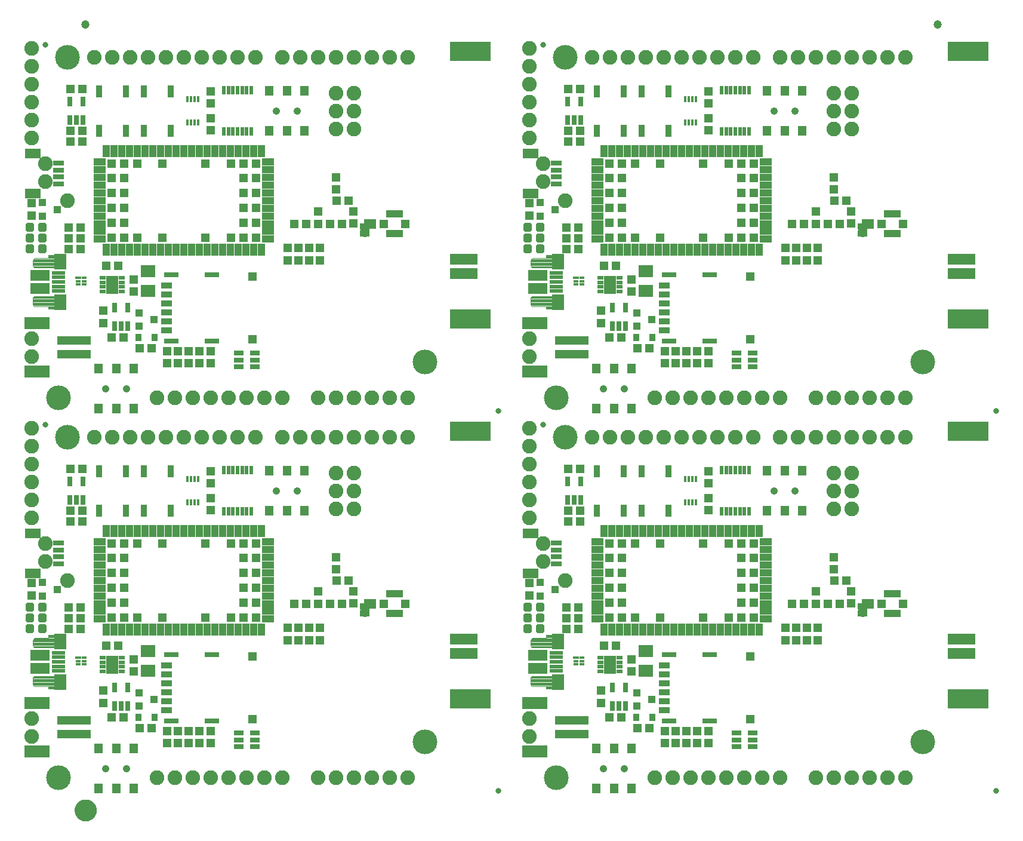
<source format=gts>
G75*
%MOIN*%
%OFA0B0*%
%FSLAX25Y25*%
%IPPOS*%
%LPD*%
%AMOC8*
5,1,8,0,0,1.08239X$1,22.5*
%
%ADD10C,0.05000*%
%ADD11R,0.03950X0.06706*%
%ADD12R,0.06706X0.03950*%
%ADD13R,0.05131X0.05131*%
%ADD14R,0.07690X0.02375*%
%ADD15R,0.06548X0.08674*%
%ADD16R,0.10643X0.06410*%
%ADD17C,0.00400*%
%ADD18R,0.08674X0.05524*%
%ADD19R,0.06115X0.03162*%
%ADD20R,0.18910X0.04737*%
%ADD21R,0.14186X0.07099*%
%ADD22R,0.03800X0.06800*%
%ADD23C,0.08200*%
%ADD24R,0.02965X0.05524*%
%ADD25R,0.05131X0.04737*%
%ADD26R,0.03280X0.04068*%
%ADD27C,0.01990*%
%ADD28R,0.04343X0.03950*%
%ADD29R,0.04737X0.05131*%
%ADD30R,0.03359X0.01981*%
%ADD31R,0.07099X0.10052*%
%ADD32R,0.04737X0.05328*%
%ADD33C,0.04146*%
%ADD34R,0.05918X0.03359*%
%ADD35R,0.07887X0.02690*%
%ADD36R,0.04737X0.04855*%
%ADD37R,0.09461X0.04146*%
%ADD38R,0.04934X0.04737*%
%ADD39R,0.07887X0.07099*%
%ADD40R,0.22847X0.11036*%
%ADD41R,0.15367X0.06312*%
%ADD42C,0.13800*%
%ADD43R,0.03300X0.05800*%
%ADD44R,0.05800X0.03300*%
%ADD45C,0.00500*%
%ADD46R,0.03202X0.01784*%
%ADD47R,0.03005X0.01784*%
%ADD48R,0.05524X0.03162*%
%ADD49C,0.03300*%
%ADD50R,0.01784X0.03753*%
%ADD51R,0.02000X0.04700*%
%ADD52C,0.04737*%
%ADD53C,0.06706*%
D10*
X0093959Y0020250D02*
X0093961Y0020369D01*
X0093967Y0020488D01*
X0093977Y0020607D01*
X0093991Y0020725D01*
X0094009Y0020843D01*
X0094030Y0020960D01*
X0094056Y0021076D01*
X0094086Y0021192D01*
X0094119Y0021306D01*
X0094156Y0021419D01*
X0094197Y0021531D01*
X0094242Y0021642D01*
X0094290Y0021751D01*
X0094342Y0021858D01*
X0094398Y0021963D01*
X0094457Y0022067D01*
X0094519Y0022168D01*
X0094585Y0022268D01*
X0094654Y0022365D01*
X0094726Y0022459D01*
X0094802Y0022552D01*
X0094880Y0022641D01*
X0094961Y0022728D01*
X0095046Y0022813D01*
X0095133Y0022894D01*
X0095222Y0022972D01*
X0095315Y0023048D01*
X0095409Y0023120D01*
X0095506Y0023189D01*
X0095606Y0023255D01*
X0095707Y0023317D01*
X0095811Y0023376D01*
X0095916Y0023432D01*
X0096023Y0023484D01*
X0096132Y0023532D01*
X0096243Y0023577D01*
X0096355Y0023618D01*
X0096468Y0023655D01*
X0096582Y0023688D01*
X0096698Y0023718D01*
X0096814Y0023744D01*
X0096931Y0023765D01*
X0097049Y0023783D01*
X0097167Y0023797D01*
X0097286Y0023807D01*
X0097405Y0023813D01*
X0097524Y0023815D01*
X0097643Y0023813D01*
X0097762Y0023807D01*
X0097881Y0023797D01*
X0097999Y0023783D01*
X0098117Y0023765D01*
X0098234Y0023744D01*
X0098350Y0023718D01*
X0098466Y0023688D01*
X0098580Y0023655D01*
X0098693Y0023618D01*
X0098805Y0023577D01*
X0098916Y0023532D01*
X0099025Y0023484D01*
X0099132Y0023432D01*
X0099237Y0023376D01*
X0099341Y0023317D01*
X0099442Y0023255D01*
X0099542Y0023189D01*
X0099639Y0023120D01*
X0099733Y0023048D01*
X0099826Y0022972D01*
X0099915Y0022894D01*
X0100002Y0022813D01*
X0100087Y0022728D01*
X0100168Y0022641D01*
X0100246Y0022552D01*
X0100322Y0022459D01*
X0100394Y0022365D01*
X0100463Y0022268D01*
X0100529Y0022168D01*
X0100591Y0022067D01*
X0100650Y0021963D01*
X0100706Y0021858D01*
X0100758Y0021751D01*
X0100806Y0021642D01*
X0100851Y0021531D01*
X0100892Y0021419D01*
X0100929Y0021306D01*
X0100962Y0021192D01*
X0100992Y0021076D01*
X0101018Y0020960D01*
X0101039Y0020843D01*
X0101057Y0020725D01*
X0101071Y0020607D01*
X0101081Y0020488D01*
X0101087Y0020369D01*
X0101089Y0020250D01*
X0101087Y0020131D01*
X0101081Y0020012D01*
X0101071Y0019893D01*
X0101057Y0019775D01*
X0101039Y0019657D01*
X0101018Y0019540D01*
X0100992Y0019424D01*
X0100962Y0019308D01*
X0100929Y0019194D01*
X0100892Y0019081D01*
X0100851Y0018969D01*
X0100806Y0018858D01*
X0100758Y0018749D01*
X0100706Y0018642D01*
X0100650Y0018537D01*
X0100591Y0018433D01*
X0100529Y0018332D01*
X0100463Y0018232D01*
X0100394Y0018135D01*
X0100322Y0018041D01*
X0100246Y0017948D01*
X0100168Y0017859D01*
X0100087Y0017772D01*
X0100002Y0017687D01*
X0099915Y0017606D01*
X0099826Y0017528D01*
X0099733Y0017452D01*
X0099639Y0017380D01*
X0099542Y0017311D01*
X0099442Y0017245D01*
X0099341Y0017183D01*
X0099237Y0017124D01*
X0099132Y0017068D01*
X0099025Y0017016D01*
X0098916Y0016968D01*
X0098805Y0016923D01*
X0098693Y0016882D01*
X0098580Y0016845D01*
X0098466Y0016812D01*
X0098350Y0016782D01*
X0098234Y0016756D01*
X0098117Y0016735D01*
X0097999Y0016717D01*
X0097881Y0016703D01*
X0097762Y0016693D01*
X0097643Y0016687D01*
X0097524Y0016685D01*
X0097405Y0016687D01*
X0097286Y0016693D01*
X0097167Y0016703D01*
X0097049Y0016717D01*
X0096931Y0016735D01*
X0096814Y0016756D01*
X0096698Y0016782D01*
X0096582Y0016812D01*
X0096468Y0016845D01*
X0096355Y0016882D01*
X0096243Y0016923D01*
X0096132Y0016968D01*
X0096023Y0017016D01*
X0095916Y0017068D01*
X0095811Y0017124D01*
X0095707Y0017183D01*
X0095606Y0017245D01*
X0095506Y0017311D01*
X0095409Y0017380D01*
X0095315Y0017452D01*
X0095222Y0017528D01*
X0095133Y0017606D01*
X0095046Y0017687D01*
X0094961Y0017772D01*
X0094880Y0017859D01*
X0094802Y0017948D01*
X0094726Y0018041D01*
X0094654Y0018135D01*
X0094585Y0018232D01*
X0094519Y0018332D01*
X0094457Y0018433D01*
X0094398Y0018537D01*
X0094342Y0018642D01*
X0094290Y0018749D01*
X0094242Y0018858D01*
X0094197Y0018969D01*
X0094156Y0019081D01*
X0094119Y0019194D01*
X0094086Y0019308D01*
X0094056Y0019424D01*
X0094030Y0019540D01*
X0094009Y0019657D01*
X0093991Y0019775D01*
X0093977Y0019893D01*
X0093967Y0020012D01*
X0093961Y0020131D01*
X0093959Y0020250D01*
X0253524Y0130800D02*
X0253524Y0132400D01*
X0253524Y0132500D02*
X0253524Y0131000D01*
X0531524Y0131000D02*
X0531524Y0132500D01*
X0531524Y0132400D02*
X0531524Y0130800D01*
X0531524Y0342800D02*
X0531524Y0344400D01*
X0531524Y0344500D02*
X0531524Y0343000D01*
X0253524Y0343000D02*
X0253524Y0344500D01*
X0253524Y0344400D02*
X0253524Y0342800D01*
D11*
X0195831Y0333138D03*
X0191500Y0333138D03*
X0187169Y0333138D03*
X0182839Y0333138D03*
X0178508Y0333138D03*
X0174177Y0333138D03*
X0169846Y0333138D03*
X0165516Y0333138D03*
X0161185Y0333138D03*
X0156854Y0333138D03*
X0152524Y0333138D03*
X0148193Y0333138D03*
X0143862Y0333138D03*
X0139531Y0333138D03*
X0135201Y0333138D03*
X0130870Y0333138D03*
X0126539Y0333138D03*
X0122209Y0333138D03*
X0117878Y0333138D03*
X0113547Y0333138D03*
X0109217Y0333138D03*
X0109217Y0387862D03*
X0113547Y0387862D03*
X0117878Y0387862D03*
X0122209Y0387862D03*
X0126539Y0387862D03*
X0130870Y0387862D03*
X0135201Y0387862D03*
X0139531Y0387862D03*
X0143862Y0387862D03*
X0148193Y0387862D03*
X0152524Y0387862D03*
X0156854Y0387862D03*
X0161185Y0387862D03*
X0165516Y0387862D03*
X0169846Y0387862D03*
X0174177Y0387862D03*
X0178508Y0387862D03*
X0182839Y0387862D03*
X0187169Y0387862D03*
X0191500Y0387862D03*
X0195831Y0387862D03*
X0387217Y0387862D03*
X0391547Y0387862D03*
X0395878Y0387862D03*
X0400209Y0387862D03*
X0404539Y0387862D03*
X0408870Y0387862D03*
X0413201Y0387862D03*
X0417531Y0387862D03*
X0421862Y0387862D03*
X0426193Y0387862D03*
X0430524Y0387862D03*
X0434854Y0387862D03*
X0439185Y0387862D03*
X0443516Y0387862D03*
X0447846Y0387862D03*
X0452177Y0387862D03*
X0456508Y0387862D03*
X0460839Y0387862D03*
X0465169Y0387862D03*
X0469500Y0387862D03*
X0473831Y0387862D03*
X0473831Y0333138D03*
X0469500Y0333138D03*
X0465169Y0333138D03*
X0460839Y0333138D03*
X0456508Y0333138D03*
X0452177Y0333138D03*
X0447846Y0333138D03*
X0443516Y0333138D03*
X0439185Y0333138D03*
X0434854Y0333138D03*
X0430524Y0333138D03*
X0426193Y0333138D03*
X0421862Y0333138D03*
X0417531Y0333138D03*
X0413201Y0333138D03*
X0408870Y0333138D03*
X0404539Y0333138D03*
X0400209Y0333138D03*
X0395878Y0333138D03*
X0391547Y0333138D03*
X0387217Y0333138D03*
X0387217Y0175862D03*
X0391547Y0175862D03*
X0395878Y0175862D03*
X0400209Y0175862D03*
X0404539Y0175862D03*
X0408870Y0175862D03*
X0413201Y0175862D03*
X0417531Y0175862D03*
X0421862Y0175862D03*
X0426193Y0175862D03*
X0430524Y0175862D03*
X0434854Y0175862D03*
X0439185Y0175862D03*
X0443516Y0175862D03*
X0447846Y0175862D03*
X0452177Y0175862D03*
X0456508Y0175862D03*
X0460839Y0175862D03*
X0465169Y0175862D03*
X0469500Y0175862D03*
X0473831Y0175862D03*
X0473831Y0121138D03*
X0469500Y0121138D03*
X0465169Y0121138D03*
X0460839Y0121138D03*
X0456508Y0121138D03*
X0452177Y0121138D03*
X0447846Y0121138D03*
X0443516Y0121138D03*
X0439185Y0121138D03*
X0434854Y0121138D03*
X0430524Y0121138D03*
X0426193Y0121138D03*
X0421862Y0121138D03*
X0417531Y0121138D03*
X0413201Y0121138D03*
X0408870Y0121138D03*
X0404539Y0121138D03*
X0400209Y0121138D03*
X0395878Y0121138D03*
X0391547Y0121138D03*
X0387217Y0121138D03*
X0195831Y0121138D03*
X0191500Y0121138D03*
X0187169Y0121138D03*
X0182839Y0121138D03*
X0178508Y0121138D03*
X0174177Y0121138D03*
X0169846Y0121138D03*
X0165516Y0121138D03*
X0161185Y0121138D03*
X0156854Y0121138D03*
X0152524Y0121138D03*
X0148193Y0121138D03*
X0143862Y0121138D03*
X0139531Y0121138D03*
X0135201Y0121138D03*
X0130870Y0121138D03*
X0126539Y0121138D03*
X0122209Y0121138D03*
X0117878Y0121138D03*
X0113547Y0121138D03*
X0109217Y0121138D03*
X0109217Y0175862D03*
X0113547Y0175862D03*
X0117878Y0175862D03*
X0122209Y0175862D03*
X0126539Y0175862D03*
X0130870Y0175862D03*
X0135201Y0175862D03*
X0139531Y0175862D03*
X0143862Y0175862D03*
X0148193Y0175862D03*
X0152524Y0175862D03*
X0156854Y0175862D03*
X0161185Y0175862D03*
X0165516Y0175862D03*
X0169846Y0175862D03*
X0174177Y0175862D03*
X0178508Y0175862D03*
X0182839Y0175862D03*
X0187169Y0175862D03*
X0191500Y0175862D03*
X0195831Y0175862D03*
D12*
X0199571Y0170154D03*
X0199571Y0165823D03*
X0199571Y0161492D03*
X0199571Y0157161D03*
X0199571Y0152831D03*
X0199571Y0148500D03*
X0199571Y0144169D03*
X0199571Y0139839D03*
X0199571Y0135508D03*
X0199571Y0131177D03*
X0199571Y0126846D03*
X0105476Y0126846D03*
X0105476Y0131177D03*
X0105476Y0135508D03*
X0105476Y0139839D03*
X0105476Y0144169D03*
X0105476Y0148500D03*
X0105476Y0152831D03*
X0105476Y0157161D03*
X0105476Y0161492D03*
X0105476Y0165823D03*
X0105476Y0170154D03*
X0105476Y0338846D03*
X0105476Y0343177D03*
X0105476Y0347508D03*
X0105476Y0351839D03*
X0105476Y0356169D03*
X0105476Y0360500D03*
X0105476Y0364831D03*
X0105476Y0369161D03*
X0105476Y0373492D03*
X0105476Y0377823D03*
X0105476Y0382154D03*
X0199571Y0382154D03*
X0199571Y0377823D03*
X0199571Y0373492D03*
X0199571Y0369161D03*
X0199571Y0364831D03*
X0199571Y0360500D03*
X0199571Y0356169D03*
X0199571Y0351839D03*
X0199571Y0347508D03*
X0199571Y0343177D03*
X0199571Y0338846D03*
X0383476Y0338846D03*
X0383476Y0343177D03*
X0383476Y0347508D03*
X0383476Y0351839D03*
X0383476Y0356169D03*
X0383476Y0360500D03*
X0383476Y0364831D03*
X0383476Y0369161D03*
X0383476Y0373492D03*
X0383476Y0377823D03*
X0383476Y0382154D03*
X0477571Y0382154D03*
X0477571Y0377823D03*
X0477571Y0373492D03*
X0477571Y0369161D03*
X0477571Y0364831D03*
X0477571Y0360500D03*
X0477571Y0356169D03*
X0477571Y0351839D03*
X0477571Y0347508D03*
X0477571Y0343177D03*
X0477571Y0338846D03*
X0477571Y0170154D03*
X0477571Y0165823D03*
X0477571Y0161492D03*
X0477571Y0157161D03*
X0477571Y0152831D03*
X0477571Y0148500D03*
X0477571Y0144169D03*
X0477571Y0139839D03*
X0477571Y0135508D03*
X0477571Y0131177D03*
X0477571Y0126846D03*
X0383476Y0126846D03*
X0383476Y0131177D03*
X0383476Y0135508D03*
X0383476Y0139839D03*
X0383476Y0144169D03*
X0383476Y0148500D03*
X0383476Y0152831D03*
X0383476Y0157161D03*
X0383476Y0161492D03*
X0383476Y0165823D03*
X0383476Y0170154D03*
D13*
X0390169Y0169169D03*
X0397256Y0169169D03*
X0404343Y0169169D03*
X0397256Y0160902D03*
X0390169Y0160902D03*
X0390169Y0152634D03*
X0397256Y0152634D03*
X0397256Y0144366D03*
X0390169Y0144366D03*
X0390169Y0136098D03*
X0397256Y0136098D03*
X0397256Y0127831D03*
X0404343Y0127831D03*
X0418516Y0127831D03*
X0442531Y0127831D03*
X0456705Y0127831D03*
X0463791Y0127831D03*
X0470878Y0127831D03*
X0470878Y0136098D03*
X0463791Y0136098D03*
X0463791Y0144366D03*
X0470878Y0144366D03*
X0470878Y0152634D03*
X0463791Y0152634D03*
X0463791Y0160902D03*
X0470878Y0160902D03*
X0470878Y0169169D03*
X0463791Y0169169D03*
X0456705Y0169169D03*
X0442531Y0169169D03*
X0418516Y0169169D03*
X0390169Y0127831D03*
X0192878Y0127831D03*
X0185791Y0127831D03*
X0178705Y0127831D03*
X0185791Y0136098D03*
X0192878Y0136098D03*
X0192878Y0144366D03*
X0185791Y0144366D03*
X0185791Y0152634D03*
X0192878Y0152634D03*
X0192878Y0160902D03*
X0185791Y0160902D03*
X0185791Y0169169D03*
X0178705Y0169169D03*
X0192878Y0169169D03*
X0164531Y0169169D03*
X0140516Y0169169D03*
X0126343Y0169169D03*
X0119256Y0169169D03*
X0112169Y0169169D03*
X0112169Y0160902D03*
X0119256Y0160902D03*
X0119256Y0152634D03*
X0112169Y0152634D03*
X0112169Y0144366D03*
X0119256Y0144366D03*
X0119256Y0136098D03*
X0112169Y0136098D03*
X0112169Y0127831D03*
X0119256Y0127831D03*
X0126343Y0127831D03*
X0140516Y0127831D03*
X0164531Y0127831D03*
X0164531Y0339831D03*
X0178705Y0339831D03*
X0185791Y0339831D03*
X0192878Y0339831D03*
X0192878Y0348098D03*
X0185791Y0348098D03*
X0185791Y0356366D03*
X0192878Y0356366D03*
X0192878Y0364634D03*
X0185791Y0364634D03*
X0185791Y0372902D03*
X0192878Y0372902D03*
X0192878Y0381169D03*
X0185791Y0381169D03*
X0178705Y0381169D03*
X0164531Y0381169D03*
X0140516Y0381169D03*
X0126343Y0381169D03*
X0119256Y0381169D03*
X0112169Y0381169D03*
X0112169Y0372902D03*
X0119256Y0372902D03*
X0119256Y0364634D03*
X0112169Y0364634D03*
X0112169Y0356366D03*
X0119256Y0356366D03*
X0119256Y0348098D03*
X0112169Y0348098D03*
X0112169Y0339831D03*
X0119256Y0339831D03*
X0126343Y0339831D03*
X0140516Y0339831D03*
X0390169Y0339831D03*
X0397256Y0339831D03*
X0404343Y0339831D03*
X0397256Y0348098D03*
X0390169Y0348098D03*
X0390169Y0356366D03*
X0397256Y0356366D03*
X0397256Y0364634D03*
X0390169Y0364634D03*
X0390169Y0372902D03*
X0397256Y0372902D03*
X0397256Y0381169D03*
X0404343Y0381169D03*
X0418516Y0381169D03*
X0442531Y0381169D03*
X0456705Y0381169D03*
X0463791Y0381169D03*
X0470878Y0381169D03*
X0470878Y0372902D03*
X0463791Y0372902D03*
X0463791Y0364634D03*
X0470878Y0364634D03*
X0470878Y0356366D03*
X0463791Y0356366D03*
X0463791Y0348098D03*
X0470878Y0348098D03*
X0470878Y0339831D03*
X0463791Y0339831D03*
X0456705Y0339831D03*
X0442531Y0339831D03*
X0418516Y0339831D03*
X0390169Y0381169D03*
D14*
X0360524Y0320118D03*
X0360524Y0317559D03*
X0360524Y0315000D03*
X0360524Y0312441D03*
X0360524Y0309882D03*
X0082524Y0309882D03*
X0082524Y0312441D03*
X0082524Y0315000D03*
X0082524Y0317559D03*
X0082524Y0320118D03*
X0082524Y0108118D03*
X0082524Y0105559D03*
X0082524Y0103000D03*
X0082524Y0100441D03*
X0082524Y0097882D03*
X0360524Y0097882D03*
X0360524Y0100441D03*
X0360524Y0103000D03*
X0360524Y0105559D03*
X0360524Y0108118D03*
D15*
X0361606Y0114417D03*
X0361606Y0091583D03*
X0083606Y0091583D03*
X0083606Y0114417D03*
X0083606Y0303583D03*
X0083606Y0326417D03*
X0361606Y0326417D03*
X0361606Y0303583D03*
D16*
X0349992Y0311211D03*
X0349992Y0318789D03*
X0071992Y0318789D03*
X0071992Y0311211D03*
X0071992Y0106789D03*
X0071992Y0099211D03*
X0349992Y0099211D03*
X0349992Y0106789D03*
D17*
X0347827Y0110874D02*
X0347515Y0110865D01*
X0347209Y0110925D01*
X0346925Y0111052D01*
X0346675Y0111239D01*
X0346474Y0111477D01*
X0346330Y0111753D01*
X0346252Y0112055D01*
X0346252Y0114811D01*
X0346291Y0115161D01*
X0346408Y0115494D01*
X0346596Y0115793D01*
X0346845Y0116042D01*
X0347143Y0116230D01*
X0347476Y0116346D01*
X0347827Y0116386D01*
X0354913Y0116386D01*
X0354913Y0117961D01*
X0358063Y0117961D01*
X0358063Y0110874D01*
X0347827Y0110874D01*
X0347060Y0110992D02*
X0358063Y0110992D01*
X0358063Y0111390D02*
X0346547Y0111390D01*
X0346321Y0111789D02*
X0358063Y0111789D01*
X0358063Y0112187D02*
X0346252Y0112187D01*
X0346252Y0112586D02*
X0358063Y0112586D01*
X0358063Y0112984D02*
X0346252Y0112984D01*
X0346252Y0113383D02*
X0358063Y0113383D01*
X0358063Y0113781D02*
X0346252Y0113781D01*
X0346252Y0114180D02*
X0358063Y0114180D01*
X0358063Y0114578D02*
X0346252Y0114578D01*
X0346271Y0114977D02*
X0358063Y0114977D01*
X0358063Y0115375D02*
X0346366Y0115375D01*
X0346584Y0115774D02*
X0358063Y0115774D01*
X0358063Y0116172D02*
X0347052Y0116172D01*
X0354913Y0116571D02*
X0358063Y0116571D01*
X0358063Y0116970D02*
X0354913Y0116970D01*
X0354913Y0117368D02*
X0358063Y0117368D01*
X0358063Y0117767D02*
X0354913Y0117767D01*
X0358063Y0095126D02*
X0347433Y0095126D01*
X0347170Y0095096D01*
X0346921Y0095009D01*
X0346697Y0094868D01*
X0346510Y0094681D01*
X0346369Y0094457D01*
X0346282Y0094208D01*
X0346252Y0093945D01*
X0346252Y0090795D01*
X0346243Y0090484D01*
X0346303Y0090178D01*
X0346430Y0089893D01*
X0346617Y0089644D01*
X0346855Y0089442D01*
X0347131Y0089299D01*
X0347433Y0089220D01*
X0354913Y0089220D01*
X0354913Y0088039D01*
X0358063Y0088039D01*
X0358063Y0095126D01*
X0358063Y0095051D02*
X0347042Y0095051D01*
X0346492Y0094653D02*
X0358063Y0094653D01*
X0358063Y0094254D02*
X0346298Y0094254D01*
X0346252Y0093856D02*
X0358063Y0093856D01*
X0358063Y0093457D02*
X0346252Y0093457D01*
X0346252Y0093059D02*
X0358063Y0093059D01*
X0358063Y0092660D02*
X0346252Y0092660D01*
X0346252Y0092262D02*
X0358063Y0092262D01*
X0358063Y0091863D02*
X0346252Y0091863D01*
X0346252Y0091465D02*
X0358063Y0091465D01*
X0358063Y0091066D02*
X0346252Y0091066D01*
X0346248Y0090668D02*
X0358063Y0090668D01*
X0358063Y0090269D02*
X0346285Y0090269D01*
X0346447Y0089871D02*
X0358063Y0089871D01*
X0358063Y0089472D02*
X0346819Y0089472D01*
X0354913Y0089074D02*
X0358063Y0089074D01*
X0358063Y0088675D02*
X0354913Y0088675D01*
X0354913Y0088277D02*
X0358063Y0088277D01*
X0080063Y0088277D02*
X0076913Y0088277D01*
X0076913Y0088039D02*
X0076913Y0089220D01*
X0069433Y0089220D01*
X0069131Y0089299D01*
X0068855Y0089442D01*
X0068617Y0089644D01*
X0068430Y0089893D01*
X0068303Y0090178D01*
X0068243Y0090484D01*
X0068252Y0090795D01*
X0068252Y0093945D01*
X0068282Y0094208D01*
X0068369Y0094457D01*
X0068510Y0094681D01*
X0068697Y0094868D01*
X0068921Y0095009D01*
X0069170Y0095096D01*
X0069433Y0095126D01*
X0080063Y0095126D01*
X0080063Y0088039D01*
X0076913Y0088039D01*
X0076913Y0088675D02*
X0080063Y0088675D01*
X0080063Y0089074D02*
X0076913Y0089074D01*
X0080063Y0089472D02*
X0068819Y0089472D01*
X0068447Y0089871D02*
X0080063Y0089871D01*
X0080063Y0090269D02*
X0068285Y0090269D01*
X0068248Y0090668D02*
X0080063Y0090668D01*
X0080063Y0091066D02*
X0068252Y0091066D01*
X0068252Y0091465D02*
X0080063Y0091465D01*
X0080063Y0091863D02*
X0068252Y0091863D01*
X0068252Y0092262D02*
X0080063Y0092262D01*
X0080063Y0092660D02*
X0068252Y0092660D01*
X0068252Y0093059D02*
X0080063Y0093059D01*
X0080063Y0093457D02*
X0068252Y0093457D01*
X0068252Y0093856D02*
X0080063Y0093856D01*
X0080063Y0094254D02*
X0068298Y0094254D01*
X0068492Y0094653D02*
X0080063Y0094653D01*
X0080063Y0095051D02*
X0069042Y0095051D01*
X0069515Y0110865D02*
X0069209Y0110925D01*
X0068925Y0111052D01*
X0068675Y0111239D01*
X0068474Y0111477D01*
X0068330Y0111753D01*
X0068252Y0112055D01*
X0068252Y0114811D01*
X0068291Y0115161D01*
X0068408Y0115494D01*
X0068596Y0115793D01*
X0068845Y0116042D01*
X0069143Y0116230D01*
X0069476Y0116346D01*
X0069827Y0116386D01*
X0076913Y0116386D01*
X0076913Y0117961D01*
X0080063Y0117961D01*
X0080063Y0110874D01*
X0069827Y0110874D01*
X0069515Y0110865D01*
X0069060Y0110992D02*
X0080063Y0110992D01*
X0080063Y0111390D02*
X0068547Y0111390D01*
X0068321Y0111789D02*
X0080063Y0111789D01*
X0080063Y0112187D02*
X0068252Y0112187D01*
X0068252Y0112586D02*
X0080063Y0112586D01*
X0080063Y0112984D02*
X0068252Y0112984D01*
X0068252Y0113383D02*
X0080063Y0113383D01*
X0080063Y0113781D02*
X0068252Y0113781D01*
X0068252Y0114180D02*
X0080063Y0114180D01*
X0080063Y0114578D02*
X0068252Y0114578D01*
X0068271Y0114977D02*
X0080063Y0114977D01*
X0080063Y0115375D02*
X0068366Y0115375D01*
X0068584Y0115774D02*
X0080063Y0115774D01*
X0080063Y0116172D02*
X0069052Y0116172D01*
X0076913Y0116571D02*
X0080063Y0116571D01*
X0080063Y0116970D02*
X0076913Y0116970D01*
X0076913Y0117368D02*
X0080063Y0117368D01*
X0080063Y0117767D02*
X0076913Y0117767D01*
X0076913Y0300039D02*
X0076913Y0301220D01*
X0069433Y0301220D01*
X0069131Y0301299D01*
X0068855Y0301442D01*
X0068617Y0301644D01*
X0068430Y0301893D01*
X0068303Y0302178D01*
X0068243Y0302484D01*
X0068252Y0302795D01*
X0068252Y0305945D01*
X0068282Y0306208D01*
X0068369Y0306457D01*
X0068510Y0306681D01*
X0068697Y0306868D01*
X0068921Y0307009D01*
X0069170Y0307096D01*
X0069433Y0307126D01*
X0080063Y0307126D01*
X0080063Y0300039D01*
X0076913Y0300039D01*
X0076913Y0300285D02*
X0080063Y0300285D01*
X0080063Y0300683D02*
X0076913Y0300683D01*
X0076913Y0301082D02*
X0080063Y0301082D01*
X0080063Y0301480D02*
X0068810Y0301480D01*
X0068441Y0301879D02*
X0080063Y0301879D01*
X0080063Y0302277D02*
X0068283Y0302277D01*
X0068248Y0302676D02*
X0080063Y0302676D01*
X0080063Y0303074D02*
X0068252Y0303074D01*
X0068252Y0303473D02*
X0080063Y0303473D01*
X0080063Y0303871D02*
X0068252Y0303871D01*
X0068252Y0304270D02*
X0080063Y0304270D01*
X0080063Y0304668D02*
X0068252Y0304668D01*
X0068252Y0305067D02*
X0080063Y0305067D01*
X0080063Y0305465D02*
X0068252Y0305465D01*
X0068252Y0305864D02*
X0080063Y0305864D01*
X0080063Y0306262D02*
X0068301Y0306262D01*
X0068497Y0306661D02*
X0080063Y0306661D01*
X0080063Y0307059D02*
X0069065Y0307059D01*
X0069515Y0322865D02*
X0069209Y0322925D01*
X0068925Y0323052D01*
X0068675Y0323239D01*
X0068474Y0323477D01*
X0068330Y0323753D01*
X0068252Y0324055D01*
X0068252Y0326811D01*
X0068291Y0327161D01*
X0068408Y0327494D01*
X0068596Y0327793D01*
X0068845Y0328042D01*
X0069143Y0328230D01*
X0069476Y0328346D01*
X0069827Y0328386D01*
X0076913Y0328386D01*
X0076913Y0329961D01*
X0080063Y0329961D01*
X0080063Y0322874D01*
X0069827Y0322874D01*
X0069515Y0322865D01*
X0069042Y0323000D02*
X0080063Y0323000D01*
X0080063Y0323398D02*
X0068540Y0323398D01*
X0068319Y0323797D02*
X0080063Y0323797D01*
X0080063Y0324195D02*
X0068252Y0324195D01*
X0068252Y0324594D02*
X0080063Y0324594D01*
X0080063Y0324992D02*
X0068252Y0324992D01*
X0068252Y0325391D02*
X0080063Y0325391D01*
X0080063Y0325789D02*
X0068252Y0325789D01*
X0068252Y0326188D02*
X0080063Y0326188D01*
X0080063Y0326586D02*
X0068252Y0326586D01*
X0068272Y0326985D02*
X0080063Y0326985D01*
X0080063Y0327383D02*
X0068369Y0327383D01*
X0068589Y0327782D02*
X0080063Y0327782D01*
X0080063Y0328181D02*
X0069065Y0328181D01*
X0076913Y0328579D02*
X0080063Y0328579D01*
X0080063Y0328978D02*
X0076913Y0328978D01*
X0076913Y0329376D02*
X0080063Y0329376D01*
X0080063Y0329775D02*
X0076913Y0329775D01*
X0346252Y0326811D02*
X0346252Y0324055D01*
X0346330Y0323753D01*
X0346474Y0323477D01*
X0346675Y0323239D01*
X0346925Y0323052D01*
X0347209Y0322925D01*
X0347515Y0322865D01*
X0347827Y0322874D01*
X0358063Y0322874D01*
X0358063Y0329961D01*
X0354913Y0329961D01*
X0354913Y0328386D01*
X0347827Y0328386D01*
X0347476Y0328346D01*
X0347143Y0328230D01*
X0346845Y0328042D01*
X0346596Y0327793D01*
X0346408Y0327494D01*
X0346291Y0327161D01*
X0346252Y0326811D01*
X0346272Y0326985D02*
X0358063Y0326985D01*
X0358063Y0327383D02*
X0346369Y0327383D01*
X0346589Y0327782D02*
X0358063Y0327782D01*
X0358063Y0328181D02*
X0347065Y0328181D01*
X0346252Y0326586D02*
X0358063Y0326586D01*
X0358063Y0326188D02*
X0346252Y0326188D01*
X0346252Y0325789D02*
X0358063Y0325789D01*
X0358063Y0325391D02*
X0346252Y0325391D01*
X0346252Y0324992D02*
X0358063Y0324992D01*
X0358063Y0324594D02*
X0346252Y0324594D01*
X0346252Y0324195D02*
X0358063Y0324195D01*
X0358063Y0323797D02*
X0346319Y0323797D01*
X0346540Y0323398D02*
X0358063Y0323398D01*
X0358063Y0323000D02*
X0347042Y0323000D01*
X0354913Y0328579D02*
X0358063Y0328579D01*
X0358063Y0328978D02*
X0354913Y0328978D01*
X0354913Y0329376D02*
X0358063Y0329376D01*
X0358063Y0329775D02*
X0354913Y0329775D01*
X0358063Y0307126D02*
X0347433Y0307126D01*
X0347170Y0307096D01*
X0346921Y0307009D01*
X0346697Y0306868D01*
X0346510Y0306681D01*
X0346369Y0306457D01*
X0346282Y0306208D01*
X0346252Y0305945D01*
X0346252Y0302795D01*
X0346243Y0302484D01*
X0346303Y0302178D01*
X0346430Y0301893D01*
X0346617Y0301644D01*
X0346855Y0301442D01*
X0347131Y0301299D01*
X0347433Y0301220D01*
X0354913Y0301220D01*
X0354913Y0300039D01*
X0358063Y0300039D01*
X0358063Y0307126D01*
X0358063Y0307059D02*
X0347065Y0307059D01*
X0346497Y0306661D02*
X0358063Y0306661D01*
X0358063Y0306262D02*
X0346301Y0306262D01*
X0346252Y0305864D02*
X0358063Y0305864D01*
X0358063Y0305465D02*
X0346252Y0305465D01*
X0346252Y0305067D02*
X0358063Y0305067D01*
X0358063Y0304668D02*
X0346252Y0304668D01*
X0346252Y0304270D02*
X0358063Y0304270D01*
X0358063Y0303871D02*
X0346252Y0303871D01*
X0346252Y0303473D02*
X0358063Y0303473D01*
X0358063Y0303074D02*
X0346252Y0303074D01*
X0346248Y0302676D02*
X0358063Y0302676D01*
X0358063Y0302277D02*
X0346283Y0302277D01*
X0346441Y0301879D02*
X0358063Y0301879D01*
X0358063Y0301480D02*
X0346810Y0301480D01*
X0354913Y0301082D02*
X0358063Y0301082D01*
X0358063Y0300683D02*
X0354913Y0300683D01*
X0354913Y0300285D02*
X0358063Y0300285D01*
D18*
X0346055Y0364476D03*
X0346055Y0386524D03*
X0068055Y0386524D03*
X0068055Y0364476D03*
X0068055Y0174524D03*
X0068055Y0152476D03*
X0346055Y0152476D03*
X0346055Y0174524D03*
D19*
X0360524Y0169406D03*
X0360524Y0165469D03*
X0360524Y0161531D03*
X0360524Y0157594D03*
X0082524Y0157594D03*
X0082524Y0161531D03*
X0082524Y0165469D03*
X0082524Y0169406D03*
X0082524Y0369594D03*
X0082524Y0373531D03*
X0082524Y0377469D03*
X0082524Y0381406D03*
X0360524Y0381406D03*
X0360524Y0377469D03*
X0360524Y0373531D03*
X0360524Y0369594D03*
D20*
X0369091Y0282437D03*
X0369091Y0274563D03*
X0091091Y0274563D03*
X0091091Y0282437D03*
X0091091Y0070437D03*
X0091091Y0062563D03*
X0369091Y0062563D03*
X0369091Y0070437D03*
D21*
X0070618Y0053114D03*
X0070618Y0079886D03*
X0070618Y0265114D03*
X0070618Y0291886D03*
X0348618Y0291886D03*
X0348618Y0265114D03*
X0348618Y0079886D03*
X0348618Y0053114D03*
D22*
X0383024Y0187500D03*
X0398024Y0187500D03*
X0408024Y0187500D03*
X0423024Y0187500D03*
X0423024Y0209500D03*
X0408024Y0209500D03*
X0398024Y0209500D03*
X0383024Y0209500D03*
X0145024Y0209500D03*
X0130024Y0209500D03*
X0120024Y0209500D03*
X0105024Y0209500D03*
X0105024Y0187500D03*
X0120024Y0187500D03*
X0130024Y0187500D03*
X0145024Y0187500D03*
X0145024Y0399500D03*
X0130024Y0399500D03*
X0120024Y0399500D03*
X0105024Y0399500D03*
X0105024Y0421500D03*
X0120024Y0421500D03*
X0130024Y0421500D03*
X0145024Y0421500D03*
X0383024Y0421500D03*
X0398024Y0421500D03*
X0408024Y0421500D03*
X0423024Y0421500D03*
X0423024Y0399500D03*
X0408024Y0399500D03*
X0398024Y0399500D03*
X0383024Y0399500D03*
D23*
X0353024Y0381000D03*
X0353024Y0371000D03*
X0365524Y0360500D03*
X0345524Y0395500D03*
X0345524Y0405500D03*
X0345524Y0415500D03*
X0345524Y0425500D03*
X0345524Y0435500D03*
X0345524Y0445500D03*
X0380524Y0440500D03*
X0390524Y0440500D03*
X0400524Y0440500D03*
X0410524Y0440500D03*
X0420524Y0440500D03*
X0430524Y0440500D03*
X0440524Y0440500D03*
X0450524Y0440500D03*
X0460524Y0440500D03*
X0470524Y0440500D03*
X0485524Y0440500D03*
X0495524Y0440500D03*
X0505524Y0440500D03*
X0515524Y0440500D03*
X0525524Y0440500D03*
X0535524Y0440500D03*
X0545524Y0440500D03*
X0555524Y0440500D03*
X0525524Y0420500D03*
X0525524Y0410500D03*
X0525524Y0400500D03*
X0515524Y0400500D03*
X0515524Y0410500D03*
X0515524Y0420500D03*
X0345524Y0283500D03*
X0345524Y0273500D03*
X0345524Y0233500D03*
X0345524Y0223500D03*
X0345524Y0213500D03*
X0345524Y0203500D03*
X0345524Y0193500D03*
X0345524Y0183500D03*
X0353024Y0169000D03*
X0353024Y0159000D03*
X0365524Y0148500D03*
X0380524Y0228500D03*
X0390524Y0228500D03*
X0400524Y0228500D03*
X0410524Y0228500D03*
X0420524Y0228500D03*
X0430524Y0228500D03*
X0440524Y0228500D03*
X0450524Y0228500D03*
X0460524Y0228500D03*
X0470524Y0228500D03*
X0485524Y0228500D03*
X0495524Y0228500D03*
X0505524Y0228500D03*
X0515524Y0228500D03*
X0525524Y0228500D03*
X0535524Y0228500D03*
X0545524Y0228500D03*
X0555524Y0228500D03*
X0525524Y0208500D03*
X0525524Y0198500D03*
X0525524Y0188500D03*
X0515524Y0188500D03*
X0515524Y0198500D03*
X0515524Y0208500D03*
X0515524Y0250500D03*
X0505524Y0250500D03*
X0525524Y0250500D03*
X0535524Y0250500D03*
X0545524Y0250500D03*
X0555524Y0250500D03*
X0485524Y0250500D03*
X0475524Y0250500D03*
X0465524Y0250500D03*
X0455524Y0250500D03*
X0445524Y0250500D03*
X0435524Y0250500D03*
X0425524Y0250500D03*
X0415524Y0250500D03*
X0277524Y0250500D03*
X0267524Y0250500D03*
X0257524Y0250500D03*
X0247524Y0250500D03*
X0237524Y0250500D03*
X0227524Y0250500D03*
X0207524Y0250500D03*
X0197524Y0250500D03*
X0187524Y0250500D03*
X0177524Y0250500D03*
X0167524Y0250500D03*
X0157524Y0250500D03*
X0147524Y0250500D03*
X0137524Y0250500D03*
X0142524Y0228500D03*
X0132524Y0228500D03*
X0122524Y0228500D03*
X0112524Y0228500D03*
X0102524Y0228500D03*
X0067524Y0223500D03*
X0067524Y0213500D03*
X0067524Y0203500D03*
X0067524Y0193500D03*
X0067524Y0183500D03*
X0075024Y0169000D03*
X0075024Y0159000D03*
X0087524Y0148500D03*
X0152524Y0228500D03*
X0162524Y0228500D03*
X0172524Y0228500D03*
X0182524Y0228500D03*
X0192524Y0228500D03*
X0207524Y0228500D03*
X0217524Y0228500D03*
X0227524Y0228500D03*
X0237524Y0228500D03*
X0247524Y0228500D03*
X0257524Y0228500D03*
X0267524Y0228500D03*
X0277524Y0228500D03*
X0247524Y0208500D03*
X0237524Y0208500D03*
X0237524Y0198500D03*
X0247524Y0198500D03*
X0247524Y0188500D03*
X0237524Y0188500D03*
X0067524Y0233500D03*
X0067524Y0273500D03*
X0067524Y0283500D03*
X0087524Y0360500D03*
X0075024Y0371000D03*
X0075024Y0381000D03*
X0067524Y0395500D03*
X0067524Y0405500D03*
X0067524Y0415500D03*
X0067524Y0425500D03*
X0067524Y0435500D03*
X0067524Y0445500D03*
X0102524Y0440500D03*
X0112524Y0440500D03*
X0122524Y0440500D03*
X0132524Y0440500D03*
X0142524Y0440500D03*
X0152524Y0440500D03*
X0162524Y0440500D03*
X0172524Y0440500D03*
X0182524Y0440500D03*
X0192524Y0440500D03*
X0207524Y0440500D03*
X0217524Y0440500D03*
X0227524Y0440500D03*
X0237524Y0440500D03*
X0247524Y0440500D03*
X0257524Y0440500D03*
X0267524Y0440500D03*
X0277524Y0440500D03*
X0247524Y0420500D03*
X0237524Y0420500D03*
X0237524Y0410500D03*
X0247524Y0410500D03*
X0247524Y0400500D03*
X0237524Y0400500D03*
X0345524Y0071500D03*
X0345524Y0061500D03*
X0415524Y0038500D03*
X0425524Y0038500D03*
X0435524Y0038500D03*
X0445524Y0038500D03*
X0455524Y0038500D03*
X0465524Y0038500D03*
X0475524Y0038500D03*
X0485524Y0038500D03*
X0505524Y0038500D03*
X0515524Y0038500D03*
X0525524Y0038500D03*
X0535524Y0038500D03*
X0545524Y0038500D03*
X0555524Y0038500D03*
X0277524Y0038500D03*
X0267524Y0038500D03*
X0257524Y0038500D03*
X0247524Y0038500D03*
X0237524Y0038500D03*
X0227524Y0038500D03*
X0207524Y0038500D03*
X0197524Y0038500D03*
X0187524Y0038500D03*
X0177524Y0038500D03*
X0167524Y0038500D03*
X0157524Y0038500D03*
X0147524Y0038500D03*
X0137524Y0038500D03*
X0067524Y0061500D03*
X0067524Y0071500D03*
D24*
X0113783Y0078381D03*
X0117524Y0078381D03*
X0121264Y0078381D03*
X0121264Y0088619D03*
X0113783Y0088619D03*
X0096264Y0193381D03*
X0092524Y0193381D03*
X0088783Y0193381D03*
X0088783Y0203619D03*
X0096264Y0203619D03*
X0113783Y0290381D03*
X0117524Y0290381D03*
X0121264Y0290381D03*
X0121264Y0300619D03*
X0113783Y0300619D03*
X0096264Y0405381D03*
X0092524Y0405381D03*
X0088783Y0405381D03*
X0088783Y0415619D03*
X0096264Y0415619D03*
X0366783Y0415619D03*
X0374264Y0415619D03*
X0374264Y0405381D03*
X0370524Y0405381D03*
X0366783Y0405381D03*
X0391783Y0300619D03*
X0399264Y0300619D03*
X0399264Y0290381D03*
X0395524Y0290381D03*
X0391783Y0290381D03*
X0374264Y0203619D03*
X0366783Y0203619D03*
X0366783Y0193381D03*
X0370524Y0193381D03*
X0374264Y0193381D03*
X0391783Y0088619D03*
X0399264Y0088619D03*
X0399264Y0078381D03*
X0395524Y0078381D03*
X0391783Y0078381D03*
D25*
X0390177Y0072000D03*
X0396870Y0072000D03*
X0405677Y0066000D03*
X0412370Y0066000D03*
X0393870Y0112000D03*
X0387177Y0112000D03*
X0372870Y0121500D03*
X0372870Y0127500D03*
X0372870Y0133500D03*
X0366177Y0133500D03*
X0366177Y0127500D03*
X0366177Y0121500D03*
X0367177Y0181500D03*
X0373870Y0181500D03*
X0373870Y0187500D03*
X0367177Y0187500D03*
X0367177Y0210600D03*
X0373870Y0210600D03*
X0405677Y0278000D03*
X0412370Y0278000D03*
X0396870Y0284000D03*
X0390177Y0284000D03*
X0387177Y0324000D03*
X0393870Y0324000D03*
X0372870Y0333500D03*
X0372870Y0339500D03*
X0366177Y0339500D03*
X0366177Y0333500D03*
X0366177Y0345500D03*
X0372870Y0345500D03*
X0373870Y0393500D03*
X0373870Y0399500D03*
X0367177Y0399500D03*
X0367177Y0393500D03*
X0367177Y0422600D03*
X0373870Y0422600D03*
X0492177Y0347508D03*
X0498870Y0347508D03*
X0512177Y0347508D03*
X0518870Y0347508D03*
X0515677Y0360500D03*
X0522370Y0360500D03*
X0244370Y0360500D03*
X0237677Y0360500D03*
X0240870Y0347508D03*
X0234177Y0347508D03*
X0220870Y0347508D03*
X0214177Y0347508D03*
X0115870Y0324000D03*
X0109177Y0324000D03*
X0094870Y0333500D03*
X0094870Y0339500D03*
X0088177Y0339500D03*
X0088177Y0333500D03*
X0088177Y0345500D03*
X0094870Y0345500D03*
X0095870Y0393500D03*
X0095870Y0399500D03*
X0089177Y0399500D03*
X0089177Y0393500D03*
X0089177Y0422600D03*
X0095870Y0422600D03*
X0112177Y0284000D03*
X0118870Y0284000D03*
X0127677Y0278000D03*
X0134370Y0278000D03*
X0095870Y0210600D03*
X0089177Y0210600D03*
X0089177Y0187500D03*
X0095870Y0187500D03*
X0095870Y0181500D03*
X0089177Y0181500D03*
X0088177Y0133500D03*
X0088177Y0127500D03*
X0088177Y0121500D03*
X0094870Y0121500D03*
X0094870Y0127500D03*
X0094870Y0133500D03*
X0109177Y0112000D03*
X0115870Y0112000D03*
X0118870Y0072000D03*
X0112177Y0072000D03*
X0127677Y0066000D03*
X0134370Y0066000D03*
X0214177Y0135508D03*
X0220870Y0135508D03*
X0234177Y0135508D03*
X0240870Y0135508D03*
X0237677Y0148500D03*
X0244370Y0148500D03*
X0492177Y0135508D03*
X0498870Y0135508D03*
X0512177Y0135508D03*
X0518870Y0135508D03*
X0515677Y0148500D03*
X0522370Y0148500D03*
D26*
X0414051Y0072000D03*
X0404996Y0072000D03*
X0136051Y0072000D03*
X0126996Y0072000D03*
X0126996Y0284000D03*
X0136051Y0284000D03*
X0404996Y0284000D03*
X0414051Y0284000D03*
D27*
X0352849Y0332127D02*
X0352849Y0334873D01*
X0352849Y0332127D02*
X0350103Y0332127D01*
X0350103Y0334873D01*
X0352849Y0334873D01*
X0352849Y0334017D02*
X0350103Y0334017D01*
X0345944Y0334873D02*
X0345944Y0332127D01*
X0343198Y0332127D01*
X0343198Y0334873D01*
X0345944Y0334873D01*
X0345944Y0334017D02*
X0343198Y0334017D01*
X0343198Y0338127D02*
X0343198Y0340873D01*
X0345944Y0340873D01*
X0345944Y0338127D01*
X0343198Y0338127D01*
X0343198Y0340017D02*
X0345944Y0340017D01*
X0350103Y0340873D02*
X0350103Y0338127D01*
X0350103Y0340873D02*
X0352849Y0340873D01*
X0352849Y0338127D01*
X0350103Y0338127D01*
X0350103Y0340017D02*
X0352849Y0340017D01*
X0350103Y0344127D02*
X0350103Y0346873D01*
X0352849Y0346873D01*
X0352849Y0344127D01*
X0350103Y0344127D01*
X0350103Y0346017D02*
X0352849Y0346017D01*
X0343198Y0346873D02*
X0343198Y0344127D01*
X0343198Y0346873D02*
X0345944Y0346873D01*
X0345944Y0344127D01*
X0343198Y0344127D01*
X0343198Y0346017D02*
X0345944Y0346017D01*
X0072103Y0346873D02*
X0072103Y0344127D01*
X0072103Y0346873D02*
X0074849Y0346873D01*
X0074849Y0344127D01*
X0072103Y0344127D01*
X0072103Y0346017D02*
X0074849Y0346017D01*
X0065198Y0346873D02*
X0065198Y0344127D01*
X0065198Y0346873D02*
X0067944Y0346873D01*
X0067944Y0344127D01*
X0065198Y0344127D01*
X0065198Y0346017D02*
X0067944Y0346017D01*
X0065198Y0340873D02*
X0065198Y0338127D01*
X0065198Y0340873D02*
X0067944Y0340873D01*
X0067944Y0338127D01*
X0065198Y0338127D01*
X0065198Y0340017D02*
X0067944Y0340017D01*
X0072103Y0340873D02*
X0072103Y0338127D01*
X0072103Y0340873D02*
X0074849Y0340873D01*
X0074849Y0338127D01*
X0072103Y0338127D01*
X0072103Y0340017D02*
X0074849Y0340017D01*
X0074849Y0334873D02*
X0074849Y0332127D01*
X0072103Y0332127D01*
X0072103Y0334873D01*
X0074849Y0334873D01*
X0074849Y0334017D02*
X0072103Y0334017D01*
X0067944Y0334873D02*
X0067944Y0332127D01*
X0065198Y0332127D01*
X0065198Y0334873D01*
X0067944Y0334873D01*
X0067944Y0334017D02*
X0065198Y0334017D01*
X0065198Y0134873D02*
X0065198Y0132127D01*
X0065198Y0134873D02*
X0067944Y0134873D01*
X0067944Y0132127D01*
X0065198Y0132127D01*
X0065198Y0134017D02*
X0067944Y0134017D01*
X0072103Y0134873D02*
X0072103Y0132127D01*
X0072103Y0134873D02*
X0074849Y0134873D01*
X0074849Y0132127D01*
X0072103Y0132127D01*
X0072103Y0134017D02*
X0074849Y0134017D01*
X0072103Y0128873D02*
X0072103Y0126127D01*
X0072103Y0128873D02*
X0074849Y0128873D01*
X0074849Y0126127D01*
X0072103Y0126127D01*
X0072103Y0128017D02*
X0074849Y0128017D01*
X0074849Y0122873D02*
X0074849Y0120127D01*
X0072103Y0120127D01*
X0072103Y0122873D01*
X0074849Y0122873D01*
X0074849Y0122017D02*
X0072103Y0122017D01*
X0067944Y0122873D02*
X0067944Y0120127D01*
X0065198Y0120127D01*
X0065198Y0122873D01*
X0067944Y0122873D01*
X0067944Y0122017D02*
X0065198Y0122017D01*
X0065198Y0126127D02*
X0065198Y0128873D01*
X0067944Y0128873D01*
X0067944Y0126127D01*
X0065198Y0126127D01*
X0065198Y0128017D02*
X0067944Y0128017D01*
X0343198Y0128873D02*
X0343198Y0126127D01*
X0343198Y0128873D02*
X0345944Y0128873D01*
X0345944Y0126127D01*
X0343198Y0126127D01*
X0343198Y0128017D02*
X0345944Y0128017D01*
X0350103Y0128873D02*
X0350103Y0126127D01*
X0350103Y0128873D02*
X0352849Y0128873D01*
X0352849Y0126127D01*
X0350103Y0126127D01*
X0350103Y0128017D02*
X0352849Y0128017D01*
X0350103Y0132127D02*
X0350103Y0134873D01*
X0352849Y0134873D01*
X0352849Y0132127D01*
X0350103Y0132127D01*
X0350103Y0134017D02*
X0352849Y0134017D01*
X0343198Y0134873D02*
X0343198Y0132127D01*
X0343198Y0134873D02*
X0345944Y0134873D01*
X0345944Y0132127D01*
X0343198Y0132127D01*
X0343198Y0134017D02*
X0345944Y0134017D01*
X0345944Y0122873D02*
X0345944Y0120127D01*
X0343198Y0120127D01*
X0343198Y0122873D01*
X0345944Y0122873D01*
X0345944Y0122017D02*
X0343198Y0122017D01*
X0352849Y0122873D02*
X0352849Y0120127D01*
X0350103Y0120127D01*
X0350103Y0122873D01*
X0352849Y0122873D01*
X0352849Y0122017D02*
X0350103Y0122017D01*
D28*
X0351587Y0139760D03*
X0351587Y0147240D03*
X0359854Y0143500D03*
X0405587Y0085740D03*
X0405587Y0078260D03*
X0413854Y0082000D03*
X0135854Y0082000D03*
X0127587Y0078260D03*
X0127587Y0085740D03*
X0081854Y0143500D03*
X0073587Y0147240D03*
X0073587Y0139760D03*
X0127587Y0290260D03*
X0135854Y0294000D03*
X0127587Y0297740D03*
X0073587Y0351760D03*
X0073587Y0359240D03*
X0081854Y0355500D03*
X0351587Y0351760D03*
X0351587Y0359240D03*
X0359854Y0355500D03*
X0405587Y0297740D03*
X0413854Y0294000D03*
X0405587Y0290260D03*
D29*
X0385524Y0292154D03*
X0385524Y0298846D03*
X0402524Y0309654D03*
X0402524Y0316346D03*
X0345524Y0352154D03*
X0345524Y0358846D03*
X0445524Y0399654D03*
X0445524Y0406346D03*
X0445524Y0414654D03*
X0445524Y0421346D03*
X0515524Y0373346D03*
X0515524Y0366654D03*
X0525177Y0354346D03*
X0525177Y0347654D03*
X0505524Y0347492D03*
X0505524Y0354185D03*
X0506524Y0333846D03*
X0500524Y0333846D03*
X0494524Y0333846D03*
X0488524Y0333846D03*
X0488524Y0327154D03*
X0494524Y0327154D03*
X0500524Y0327154D03*
X0506524Y0327154D03*
X0445524Y0276346D03*
X0439024Y0276346D03*
X0433024Y0276346D03*
X0427024Y0276346D03*
X0421024Y0276346D03*
X0421024Y0269654D03*
X0427024Y0269654D03*
X0433024Y0269654D03*
X0439024Y0269654D03*
X0445524Y0269654D03*
X0445524Y0209346D03*
X0445524Y0202654D03*
X0445524Y0194346D03*
X0445524Y0187654D03*
X0515524Y0161346D03*
X0515524Y0154654D03*
X0525177Y0142346D03*
X0525177Y0135654D03*
X0505524Y0135492D03*
X0505524Y0142185D03*
X0506524Y0121846D03*
X0500524Y0121846D03*
X0494524Y0121846D03*
X0488524Y0121846D03*
X0488524Y0115154D03*
X0494524Y0115154D03*
X0500524Y0115154D03*
X0506524Y0115154D03*
X0445524Y0064346D03*
X0439024Y0064346D03*
X0433024Y0064346D03*
X0427024Y0064346D03*
X0421024Y0064346D03*
X0421024Y0057654D03*
X0427024Y0057654D03*
X0433024Y0057654D03*
X0439024Y0057654D03*
X0445524Y0057654D03*
X0402524Y0097654D03*
X0402524Y0104346D03*
X0385524Y0086846D03*
X0385524Y0080154D03*
X0345524Y0140154D03*
X0345524Y0146846D03*
X0247177Y0142346D03*
X0247177Y0135654D03*
X0227524Y0135492D03*
X0227524Y0142185D03*
X0237524Y0154654D03*
X0237524Y0161346D03*
X0228524Y0121846D03*
X0222524Y0121846D03*
X0216524Y0121846D03*
X0210524Y0121846D03*
X0210524Y0115154D03*
X0216524Y0115154D03*
X0222524Y0115154D03*
X0228524Y0115154D03*
X0167524Y0064346D03*
X0161024Y0064346D03*
X0155024Y0064346D03*
X0149024Y0064346D03*
X0143024Y0064346D03*
X0143024Y0057654D03*
X0149024Y0057654D03*
X0155024Y0057654D03*
X0161024Y0057654D03*
X0167524Y0057654D03*
X0124524Y0097654D03*
X0124524Y0104346D03*
X0107524Y0086846D03*
X0107524Y0080154D03*
X0067524Y0140154D03*
X0067524Y0146846D03*
X0167524Y0187654D03*
X0167524Y0194346D03*
X0167524Y0202654D03*
X0167524Y0209346D03*
X0167524Y0269654D03*
X0161024Y0269654D03*
X0155024Y0269654D03*
X0149024Y0269654D03*
X0143024Y0269654D03*
X0143024Y0276346D03*
X0149024Y0276346D03*
X0155024Y0276346D03*
X0161024Y0276346D03*
X0167524Y0276346D03*
X0124524Y0309654D03*
X0124524Y0316346D03*
X0107524Y0298846D03*
X0107524Y0292154D03*
X0067524Y0352154D03*
X0067524Y0358846D03*
X0167524Y0399654D03*
X0167524Y0406346D03*
X0167524Y0414654D03*
X0167524Y0421346D03*
X0237524Y0373346D03*
X0237524Y0366654D03*
X0247177Y0354346D03*
X0247177Y0347654D03*
X0227524Y0347492D03*
X0227524Y0354185D03*
X0228524Y0333846D03*
X0222524Y0333846D03*
X0216524Y0333846D03*
X0210524Y0333846D03*
X0210524Y0327154D03*
X0216524Y0327154D03*
X0222524Y0327154D03*
X0228524Y0327154D03*
D30*
X0117937Y0317339D03*
X0117937Y0314780D03*
X0117937Y0312220D03*
X0117937Y0309661D03*
X0107110Y0309661D03*
X0107110Y0312220D03*
X0107110Y0314780D03*
X0107110Y0317339D03*
X0385110Y0317339D03*
X0385110Y0314780D03*
X0385110Y0312220D03*
X0385110Y0309661D03*
X0395937Y0309661D03*
X0395937Y0312220D03*
X0395937Y0314780D03*
X0395937Y0317339D03*
X0395937Y0105339D03*
X0395937Y0102780D03*
X0395937Y0100220D03*
X0395937Y0097661D03*
X0385110Y0097661D03*
X0385110Y0100220D03*
X0385110Y0102780D03*
X0385110Y0105339D03*
X0117937Y0105339D03*
X0117937Y0102780D03*
X0117937Y0100220D03*
X0117937Y0097661D03*
X0107110Y0097661D03*
X0107110Y0100220D03*
X0107110Y0102780D03*
X0107110Y0105339D03*
D31*
X0112524Y0101500D03*
X0390524Y0101500D03*
X0390524Y0313500D03*
X0112524Y0313500D03*
D32*
X0114724Y0266622D03*
X0104881Y0266622D03*
X0124566Y0266622D03*
X0124566Y0244378D03*
X0114724Y0244378D03*
X0104881Y0244378D03*
X0200181Y0209622D03*
X0210024Y0209622D03*
X0219866Y0209622D03*
X0219866Y0187378D03*
X0210024Y0187378D03*
X0200181Y0187378D03*
X0382881Y0244378D03*
X0392724Y0244378D03*
X0402566Y0244378D03*
X0402566Y0266622D03*
X0392724Y0266622D03*
X0382881Y0266622D03*
X0478181Y0209622D03*
X0488024Y0209622D03*
X0497866Y0209622D03*
X0497866Y0187378D03*
X0488024Y0187378D03*
X0478181Y0187378D03*
X0402566Y0054622D03*
X0392724Y0054622D03*
X0382881Y0054622D03*
X0382881Y0032378D03*
X0392724Y0032378D03*
X0402566Y0032378D03*
X0124566Y0032378D03*
X0114724Y0032378D03*
X0104881Y0032378D03*
X0104881Y0054622D03*
X0114724Y0054622D03*
X0124566Y0054622D03*
X0200181Y0399378D03*
X0210024Y0399378D03*
X0219866Y0399378D03*
X0219866Y0421622D03*
X0210024Y0421622D03*
X0200181Y0421622D03*
X0478181Y0421622D03*
X0488024Y0421622D03*
X0497866Y0421622D03*
X0497866Y0399378D03*
X0488024Y0399378D03*
X0478181Y0399378D03*
D33*
X0482118Y0410500D03*
X0493929Y0410500D03*
X0398629Y0255500D03*
X0386818Y0255500D03*
X0482118Y0198500D03*
X0493929Y0198500D03*
X0398629Y0043500D03*
X0386818Y0043500D03*
X0215929Y0198500D03*
X0204118Y0198500D03*
X0120629Y0255500D03*
X0108818Y0255500D03*
X0204118Y0410500D03*
X0215929Y0410500D03*
X0120629Y0043500D03*
X0108818Y0043500D03*
D34*
X0142917Y0076000D03*
X0142917Y0081000D03*
X0142917Y0086000D03*
X0142917Y0091000D03*
X0142917Y0096000D03*
X0142917Y0101000D03*
X0142917Y0288000D03*
X0142917Y0293000D03*
X0142917Y0298000D03*
X0142917Y0303000D03*
X0142917Y0308000D03*
X0142917Y0313000D03*
X0420917Y0313000D03*
X0420917Y0308000D03*
X0420917Y0303000D03*
X0420917Y0298000D03*
X0420917Y0293000D03*
X0420917Y0288000D03*
X0420917Y0101000D03*
X0420917Y0096000D03*
X0420917Y0091000D03*
X0420917Y0086000D03*
X0420917Y0081000D03*
X0420917Y0076000D03*
D35*
X0423555Y0070035D03*
X0446193Y0070035D03*
X0446193Y0106846D03*
X0423555Y0106846D03*
X0168193Y0106846D03*
X0145555Y0106846D03*
X0145555Y0070035D03*
X0168193Y0070035D03*
X0168193Y0282035D03*
X0145555Y0282035D03*
X0145555Y0318846D03*
X0168193Y0318846D03*
X0423555Y0318846D03*
X0446193Y0318846D03*
X0446193Y0282035D03*
X0423555Y0282035D03*
D36*
X0468713Y0282921D03*
X0468713Y0318079D03*
X0190713Y0318079D03*
X0190713Y0282921D03*
X0190713Y0106079D03*
X0190713Y0070921D03*
X0468713Y0070921D03*
X0468713Y0106079D03*
D37*
X0548024Y0130094D03*
X0548024Y0140921D03*
X0270024Y0140921D03*
X0270024Y0130094D03*
X0270024Y0342094D03*
X0270024Y0352921D03*
X0548024Y0352921D03*
X0548024Y0342094D03*
D38*
X0554028Y0347508D03*
X0542020Y0347508D03*
X0276028Y0347508D03*
X0264020Y0347508D03*
X0264020Y0135508D03*
X0276028Y0135508D03*
X0542020Y0135508D03*
X0554028Y0135508D03*
D39*
X0410524Y0109012D03*
X0410524Y0097988D03*
X0132524Y0097988D03*
X0132524Y0109012D03*
X0132524Y0309988D03*
X0132524Y0321012D03*
X0410524Y0321012D03*
X0410524Y0309988D03*
D40*
X0312524Y0294197D03*
X0312524Y0231803D03*
X0312524Y0082197D03*
X0590524Y0082197D03*
X0590524Y0231803D03*
X0590524Y0294197D03*
X0590524Y0443803D03*
X0312524Y0443803D03*
D41*
X0308783Y0327661D03*
X0308783Y0319787D03*
X0586783Y0319787D03*
X0586783Y0327661D03*
X0586783Y0115661D03*
X0586783Y0107787D03*
X0308783Y0107787D03*
X0308783Y0115661D03*
D42*
X0287024Y0058500D03*
X0360524Y0038500D03*
X0565024Y0058500D03*
X0365524Y0228500D03*
X0360524Y0250500D03*
X0287024Y0270500D03*
X0087524Y0228500D03*
X0082524Y0250500D03*
X0087524Y0440500D03*
X0365524Y0440500D03*
X0565024Y0270500D03*
X0082524Y0038500D03*
D43*
X0254924Y0135492D03*
X0258124Y0135492D03*
X0532924Y0135492D03*
X0536124Y0135492D03*
X0536124Y0347492D03*
X0532924Y0347492D03*
X0258124Y0347492D03*
X0254924Y0347492D03*
D44*
X0253524Y0346000D03*
X0253524Y0342000D03*
X0531524Y0342000D03*
X0531524Y0346000D03*
X0531524Y0134000D03*
X0531524Y0130000D03*
X0253524Y0130000D03*
X0253524Y0134000D03*
D45*
X0253024Y0132750D02*
X0254024Y0132750D01*
X0254024Y0131250D01*
X0253024Y0131250D01*
X0253024Y0132750D01*
X0253024Y0132689D02*
X0254024Y0132689D01*
X0254024Y0132190D02*
X0253024Y0132190D01*
X0253024Y0131692D02*
X0254024Y0131692D01*
X0531024Y0131692D02*
X0532024Y0131692D01*
X0532024Y0131250D02*
X0531024Y0131250D01*
X0531024Y0132750D01*
X0532024Y0132750D01*
X0532024Y0131250D01*
X0532024Y0132190D02*
X0531024Y0132190D01*
X0531024Y0132689D02*
X0532024Y0132689D01*
X0532024Y0343250D02*
X0531024Y0343250D01*
X0531024Y0344750D01*
X0532024Y0344750D01*
X0532024Y0343250D01*
X0532024Y0343559D02*
X0531024Y0343559D01*
X0531024Y0344058D02*
X0532024Y0344058D01*
X0532024Y0344556D02*
X0531024Y0344556D01*
X0254024Y0344556D02*
X0253024Y0344556D01*
X0253024Y0344750D02*
X0254024Y0344750D01*
X0254024Y0343250D01*
X0253024Y0343250D01*
X0253024Y0344750D01*
X0253024Y0344058D02*
X0254024Y0344058D01*
X0254024Y0343559D02*
X0253024Y0343559D01*
D46*
X0371429Y0317469D03*
X0093429Y0317469D03*
X0093429Y0105469D03*
X0371429Y0105469D03*
D47*
X0371331Y0103500D03*
X0371331Y0101531D03*
X0374717Y0101531D03*
X0374717Y0103500D03*
X0374717Y0105469D03*
X0096717Y0105469D03*
X0096717Y0103500D03*
X0096717Y0101531D03*
X0093331Y0101531D03*
X0093331Y0103500D03*
X0093331Y0313531D03*
X0093331Y0315500D03*
X0096717Y0315500D03*
X0096717Y0313531D03*
X0096717Y0317469D03*
X0371331Y0315500D03*
X0371331Y0313531D03*
X0374717Y0313531D03*
X0374717Y0315500D03*
X0374717Y0317469D03*
D48*
X0460996Y0275240D03*
X0460996Y0271500D03*
X0460996Y0267760D03*
X0470051Y0267760D03*
X0470051Y0271500D03*
X0470051Y0275240D03*
X0192051Y0275240D03*
X0192051Y0271500D03*
X0192051Y0267760D03*
X0182996Y0267760D03*
X0182996Y0271500D03*
X0182996Y0275240D03*
X0182996Y0063240D03*
X0182996Y0059500D03*
X0182996Y0055760D03*
X0192051Y0055760D03*
X0192051Y0059500D03*
X0192051Y0063240D03*
X0460996Y0063240D03*
X0460996Y0059500D03*
X0460996Y0055760D03*
X0470051Y0055760D03*
X0470051Y0059500D03*
X0470051Y0063240D03*
D49*
X0606024Y0031000D03*
X0328024Y0031000D03*
X0353024Y0235500D03*
X0328024Y0243000D03*
X0075024Y0235500D03*
X0075024Y0447500D03*
X0353024Y0447500D03*
X0606024Y0243000D03*
D50*
X0438476Y0204996D03*
X0436508Y0204996D03*
X0434539Y0204996D03*
X0432571Y0204996D03*
X0432571Y0192004D03*
X0434539Y0192004D03*
X0436508Y0192004D03*
X0438476Y0192004D03*
X0160476Y0192004D03*
X0158508Y0192004D03*
X0156539Y0192004D03*
X0154571Y0192004D03*
X0154571Y0204996D03*
X0156539Y0204996D03*
X0158508Y0204996D03*
X0160476Y0204996D03*
X0160476Y0404004D03*
X0158508Y0404004D03*
X0156539Y0404004D03*
X0154571Y0404004D03*
X0154571Y0416996D03*
X0156539Y0416996D03*
X0158508Y0416996D03*
X0160476Y0416996D03*
X0432571Y0416996D03*
X0434539Y0416996D03*
X0436508Y0416996D03*
X0438476Y0416996D03*
X0438476Y0404004D03*
X0436508Y0404004D03*
X0434539Y0404004D03*
X0432571Y0404004D03*
D51*
X0452846Y0399013D03*
X0455406Y0399013D03*
X0457965Y0399013D03*
X0460524Y0399013D03*
X0463083Y0399013D03*
X0465642Y0399013D03*
X0468201Y0399013D03*
X0468201Y0421987D03*
X0465642Y0421987D03*
X0463083Y0421987D03*
X0460524Y0421987D03*
X0457965Y0421987D03*
X0455406Y0421987D03*
X0452846Y0421987D03*
X0190201Y0421987D03*
X0187642Y0421987D03*
X0185083Y0421987D03*
X0182524Y0421987D03*
X0179965Y0421987D03*
X0177406Y0421987D03*
X0174846Y0421987D03*
X0174846Y0399013D03*
X0177406Y0399013D03*
X0179965Y0399013D03*
X0182524Y0399013D03*
X0185083Y0399013D03*
X0187642Y0399013D03*
X0190201Y0399013D03*
X0190201Y0209987D03*
X0187642Y0209987D03*
X0185083Y0209987D03*
X0182524Y0209987D03*
X0179965Y0209987D03*
X0177406Y0209987D03*
X0174846Y0209987D03*
X0174846Y0187013D03*
X0177406Y0187013D03*
X0179965Y0187013D03*
X0182524Y0187013D03*
X0185083Y0187013D03*
X0187642Y0187013D03*
X0190201Y0187013D03*
X0452846Y0187013D03*
X0455406Y0187013D03*
X0457965Y0187013D03*
X0460524Y0187013D03*
X0463083Y0187013D03*
X0465642Y0187013D03*
X0468201Y0187013D03*
X0468201Y0209987D03*
X0465642Y0209987D03*
X0463083Y0209987D03*
X0460524Y0209987D03*
X0457965Y0209987D03*
X0455406Y0209987D03*
X0452846Y0209987D03*
D52*
X0573524Y0458750D03*
X0097524Y0458750D03*
D53*
X0097524Y0020250D03*
M02*

</source>
